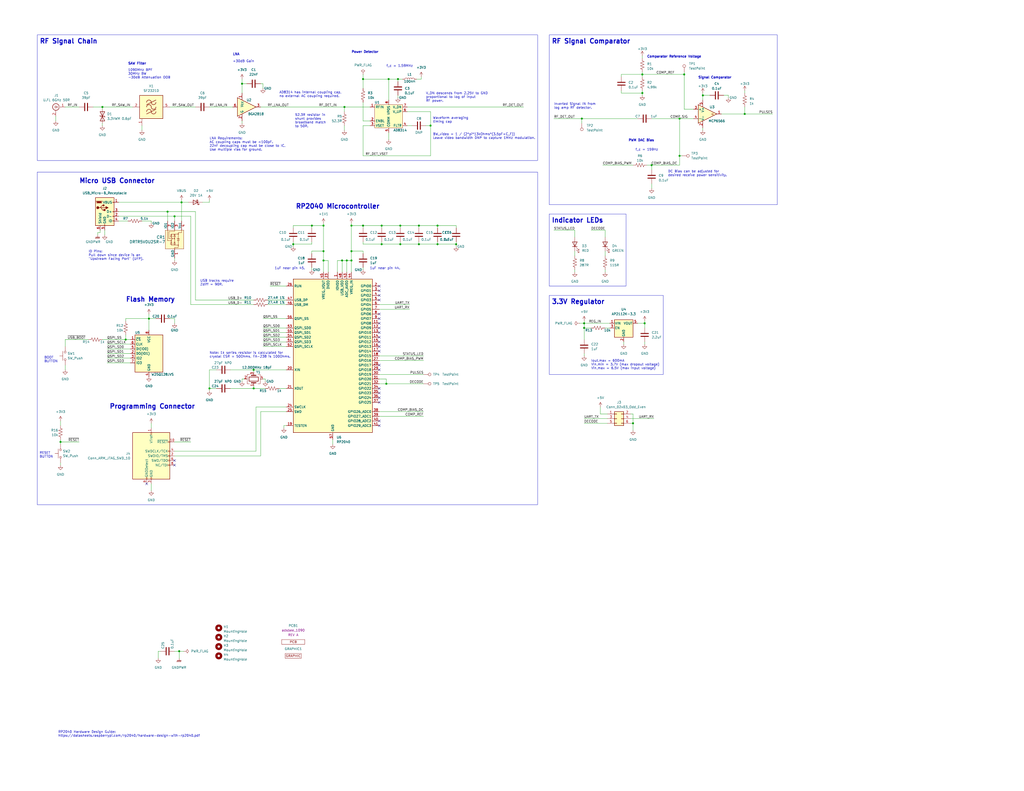
<source format=kicad_sch>
(kicad_sch (version 20230121) (generator eeschema)
  (paper "C")
  (title_block (title "ADSBee") (date "2023-11-25") (rev "A") (company "pantsforbirds.com") (comment 1 "John McNelly - jkailimcnelly@gmail.com"))
  (lib_symbols
    (symbol "Comparator:MCP6566" (pin_names (offset 0.127))
      (property "Reference" "U" (at 0 5.08 0))
      (property "Value" "MCP6566" (at 0 -5.08 0))
      (symbol "MCP6566_0_1"
        (pin power_in line (at -2.54 -7.62 90) (length 3.81) (name "V-") (number "2"))
        (pin power_in line (at -2.54 7.62 270) (length 3.81) (name "V+") (number "5"))
      )
      (symbol "MCP6566_1_1"
        (pin open_collector line (at 7.62 0 180) (length 2.54) (name "~") (number "1"))
        (pin input line (at -7.62 2.54 0) (length 2.54) (name "+") (number "3"))
        (pin input line (at -7.62 -2.54 0) (length 2.54) (name "-") (number "4"))
      )
    )
    (symbol "Connector:Conn_ARM_JTAG_SWD_10" (pin_names (offset 1.016))
      (property "Reference" "J" (at -2.54 16.51 0))
      (property "Value" "Conn_ARM_JTAG_SWD_10" (at -2.54 13.97 0))
      (symbol "Conn_ARM_JTAG_SWD_10_1_1"
        (pin power_in line (at 0 15.24 270) (length 2.54) (name "VTref") (number "1"))
        (pin open_collector line (at 12.7 7.62 180) (length 2.54) (name "~{RESET}") (number "10"))
        (pin bidirectional line (at 12.7 0 180) (length 2.54) (name "SWDIO/TMS") (number "2"))
        (pin power_in line (at 0 -15.24 90) (length 2.54) (name "GND") (number "3"))
        (pin output line (at 12.7 2.54 180) (length 2.54) (name "SWDCLK/TCK") (number "4"))
        (pin passive line (at 0 -15.24 90) (length 2.54) hide (name "GND") (number "5"))
        (pin input line (at 12.7 -2.54 180) (length 2.54) (name "SWO/TDO") (number "6"))
        (pin no_connect line (at -10.16 0 0) (length 2.54) hide (name "KEY") (number "7"))
        (pin output line (at 12.7 -5.08 180) (length 2.54) (name "NC/TDI") (number "8"))
        (pin passive line (at -2.54 -15.24 90) (length 2.54) (name "GNDDetect") (number "9"))
      )
    )
    (symbol "Connector:Conn_Coaxial" (pin_names (offset 1.016) hide)
      (property "Reference" "J" (at 0.254 3.048 0))
      (property "Value" "Conn_Coaxial" (at 2.921 0 90))
      (symbol "Conn_Coaxial_1_1"
        (pin passive line (at -5.08 0 0) (length 2.54) (name "In") (number "1"))
        (pin passive line (at 0 -5.08 90) (length 2.54) (name "Ext") (number "2"))
      )
    )
    (symbol "Connector:TestPoint" (pin_numbers hide) (pin_names (offset 0.762) hide)
      (property "Reference" "TP" (at 0 6.858 0))
      (property "Value" "TestPoint" (at 0 5.08 0))
      (symbol "TestPoint_1_1"
        (pin passive line (at 0 0 90) (length 2.54) (name "1") (number "1"))
      )
    )
    (symbol "Connector:USB_B_Micro" (pin_names (offset 1.016))
      (property "Reference" "J" (at -5.08 11.43 0))
      (property "Value" "USB_B_Micro" (at -5.08 8.89 0))
      (symbol "USB_B_Micro_1_1"
        (pin power_out line (at 7.62 5.08 180) (length 2.54) (name "VBUS") (number "1"))
        (pin bidirectional line (at 7.62 -2.54 180) (length 2.54) (name "D-") (number "2"))
        (pin bidirectional line (at 7.62 0 180) (length 2.54) (name "D+") (number "3"))
        (pin passive line (at 7.62 -5.08 180) (length 2.54) (name "ID") (number "4"))
        (pin power_out line (at 0 -10.16 90) (length 2.54) (name "GND") (number "5"))
        (pin passive line (at -2.54 -10.16 90) (length 2.54) (name "Shield") (number "6"))
      )
    )
    (symbol "Connector_Generic:Conn_02x03_Odd_Even" (pin_names (offset 1.016) hide)
      (property "Reference" "J" (at 1.27 5.08 0))
      (property "Value" "Conn_02x03_Odd_Even" (at 1.27 -5.08 0))
      (symbol "Conn_02x03_Odd_Even_1_1"
        (pin passive line (at -5.08 2.54 0) (length 3.81) (name "Pin_1") (number "1"))
        (pin passive line (at 7.62 2.54 180) (length 3.81) (name "Pin_2") (number "2"))
        (pin passive line (at -5.08 0 0) (length 3.81) (name "Pin_3") (number "3"))
        (pin passive line (at 7.62 0 180) (length 3.81) (name "Pin_4") (number "4"))
        (pin passive line (at -5.08 -2.54 0) (length 3.81) (name "Pin_5") (number "5"))
        (pin passive line (at 7.62 -2.54 180) (length 3.81) (name "Pin_6") (number "6"))
      )
    )
    (symbol "Custom_MCU:RP2040"
      (property "Reference" "U" (at 17.78 45.72 0))
      (property "Value" "RP2040" (at 17.78 43.18 0))
      (symbol "RP2040_1_1"
        (pin power_in line (at 2.54 45.72 270) (length 3.81) (name "IOVDD") (number "1"))
        (pin passive line (at 2.54 45.72 270) (length 3.81) hide (name "IOVDD") (number "10"))
        (pin bidirectional line (at 25.4 17.78 180) (length 3.81) (name "GPIO8") (number "11"))
        (pin bidirectional line (at 25.4 15.24 180) (length 3.81) (name "GPIO9") (number "12"))
        (pin bidirectional line (at 25.4 12.7 180) (length 3.81) (name "GPIO10") (number "13"))
        (pin bidirectional line (at 25.4 10.16 180) (length 3.81) (name "GPIO11") (number "14"))
        (pin bidirectional line (at 25.4 7.62 180) (length 3.81) (name "GPIO12") (number "15"))
        (pin bidirectional line (at 25.4 5.08 180) (length 3.81) (name "GPIO13") (number "16"))
        (pin bidirectional line (at 25.4 2.54 180) (length 3.81) (name "GPIO14") (number "17"))
        (pin bidirectional line (at 25.4 0 180) (length 3.81) (name "GPIO15") (number "18"))
        (pin input line (at -25.4 -38.1 0) (length 3.81) (name "TESTEN") (number "19"))
        (pin bidirectional line (at 25.4 38.1 180) (length 3.81) (name "GPIO0") (number "2"))
        (pin input line (at -25.4 -7.62 0) (length 3.81) (name "XIN") (number "20"))
        (pin passive line (at -25.4 -17.78 0) (length 3.81) (name "XOUT") (number "21"))
        (pin passive line (at 2.54 45.72 270) (length 3.81) hide (name "IOVDD") (number "22"))
        (pin power_in line (at -2.54 45.72 270) (length 3.81) (name "DVDD") (number "23"))
        (pin input line (at -25.4 -27.94 0) (length 3.81) (name "SWCLK") (number "24"))
        (pin bidirectional line (at -25.4 -30.48 0) (length 3.81) (name "SWD") (number "25"))
        (pin input line (at -25.4 38.1 0) (length 3.81) (name "RUN") (number "26"))
        (pin bidirectional line (at 25.4 -2.54 180) (length 3.81) (name "GPIO16") (number "27"))
        (pin bidirectional line (at 25.4 -5.08 180) (length 3.81) (name "GPIO17") (number "28"))
        (pin bidirectional line (at 25.4 -7.62 180) (length 3.81) (name "GPIO18") (number "29"))
        (pin bidirectional line (at 25.4 35.56 180) (length 3.81) (name "GPIO1") (number "3"))
        (pin bidirectional line (at 25.4 -10.16 180) (length 3.81) (name "GPIO19") (number "30"))
        (pin bidirectional line (at 25.4 -12.7 180) (length 3.81) (name "GPIO20") (number "31"))
        (pin bidirectional line (at 25.4 -15.24 180) (length 3.81) (name "GPIO21") (number "32"))
        (pin passive line (at 2.54 45.72 270) (length 3.81) hide (name "IOVDD") (number "33"))
        (pin bidirectional line (at 25.4 -17.78 180) (length 3.81) (name "GPIO22") (number "34"))
        (pin bidirectional line (at 25.4 -20.32 180) (length 3.81) (name "GPIO23") (number "35"))
        (pin bidirectional line (at 25.4 -22.86 180) (length 3.81) (name "GPIO24") (number "36"))
        (pin bidirectional line (at 25.4 -25.4 180) (length 3.81) (name "GPIO25") (number "37"))
        (pin bidirectional line (at 25.4 -30.48 180) (length 3.81) (name "GPIO26_ADC0") (number "38"))
        (pin bidirectional line (at 25.4 -33.02 180) (length 3.81) (name "GPIO27_ADC1") (number "39"))
        (pin bidirectional line (at 25.4 33.02 180) (length 3.81) (name "GPIO2") (number "4"))
        (pin bidirectional line (at 25.4 -35.56 180) (length 3.81) (name "GPIO28_ADC2") (number "40"))
        (pin bidirectional line (at 25.4 -38.1 180) (length 3.81) (name "GPIO29_ADC3") (number "41"))
        (pin passive line (at 2.54 45.72 270) (length 3.81) hide (name "IOVDD") (number "42"))
        (pin power_in line (at 7.62 45.72 270) (length 3.81) (name "ADC_AVDD") (number "43"))
        (pin power_in line (at 10.16 45.72 270) (length 3.81) (name "VREG_IN") (number "44"))
        (pin power_out line (at -5.08 45.72 270) (length 3.81) (name "VREG_VOUT") (number "45"))
        (pin bidirectional line (at -25.4 27.94 0) (length 3.81) (name "USB_DM") (number "46"))
        (pin bidirectional line (at -25.4 30.48 0) (length 3.81) (name "USB_DP") (number "47"))
        (pin power_in line (at 5.08 45.72 270) (length 3.81) (name "USB_VDD") (number "48"))
        (pin passive line (at 2.54 45.72 270) (length 3.81) hide (name "IOVDD") (number "49"))
        (pin bidirectional line (at 25.4 30.48 180) (length 3.81) (name "GPIO3") (number "5"))
        (pin passive line (at -2.54 45.72 270) (length 3.81) hide (name "DVDD") (number "50"))
        (pin bidirectional line (at -25.4 7.62 0) (length 3.81) (name "QSPI_SD3") (number "51"))
        (pin output line (at -25.4 5.08 0) (length 3.81) (name "QSPI_SCLK") (number "52"))
        (pin bidirectional line (at -25.4 15.24 0) (length 3.81) (name "QSPI_SD0") (number "53"))
        (pin bidirectional line (at -25.4 10.16 0) (length 3.81) (name "QSPI_SD2") (number "54"))
        (pin bidirectional line (at -25.4 12.7 0) (length 3.81) (name "QSPI_SD1") (number "55"))
        (pin bidirectional line (at -25.4 20.32 0) (length 3.81) (name "QSPI_SS") (number "56"))
        (pin power_in line (at 0 -45.72 90) (length 3.81) (name "GND") (number "57"))
        (pin bidirectional line (at 25.4 27.94 180) (length 3.81) (name "GPIO4") (number "6"))
        (pin bidirectional line (at 25.4 25.4 180) (length 3.81) (name "GPIO5") (number "7"))
        (pin bidirectional line (at 25.4 22.86 180) (length 3.81) (name "GPIO6") (number "8"))
        (pin bidirectional line (at 25.4 20.32 180) (length 3.81) (name "GPIO7") (number "9"))
      )
    )
    (symbol "Custom_Placeholder:Graphic" (pin_numbers hide) (pin_names (offset 0) hide) (in_bom no)
      (property "Reference" "GRAPHIC" (at 0 2.54 0))
      (symbol "Graphic_0_0"
        (text "GRAPHIC" (at 0 0 0) (effects (font (size 1.27 1.27))))
      )
    )
    (symbol "Custom_Placeholder:PCB" (pin_numbers hide) (pin_names (offset 0) hide) (in_bom no)
      (property "Reference" "PCB" (at 0 4.445 0))
      (property "MPN" "PN XXXXXXX" (at 0 -2.54 0))
      (property "REV" "REV _" (at -3.175 -4.445 0))
      (symbol "PCB_0_0"
        (text "PCB" (at 0 0 0) (effects (font (size 1.27 1.27))))
      )
    )
    (symbol "Custom_Power_Protection:DRTR5V0U2SR-7" (pin_names (offset 0))
      (property "Reference" "CR" (at 0 10.16 0))
      (property "Value" "DRTR5V0U2SR-7" (at 0 7.62 0))
      (symbol "DRTR5V0U2SR-7_1_1"
        (pin power_in line (at -10.16 0 0) (length 5.08) (name "GND") (number "1"))
        (pin passive line (at 10.16 -3.81 180) (length 5.08) (name "IO1") (number "2"))
        (pin passive line (at 10.16 0 180) (length 5.08) (name "IO2") (number "3"))
        (pin power_in line (at 10.16 3.81 180) (length 5.08) (name "Vcc") (number "4"))
      )
    )
    (symbol "Custom_RF_Amplifier:AD8314"
      (property "Reference" "U" (at -7.62 1.27 0))
      (property "Value" "AD8314" (at 5.08 -13.97 0))
      (symbol "AD8314_1_1"
        (pin input line (at -10.16 -1.27 0) (length 2.54) (name "RFIN") (number "1"))
        (pin input line (at -10.16 -8.89 0) (length 2.54) (name "ENBL") (number "2"))
        (pin input line (at -10.16 -11.43 0) (length 2.54) (name "VSET") (number "3"))
        (pin input line (at 10.16 -11.43 180) (length 2.54) (name "FLTR") (number "4"))
        (pin power_in line (at 0 -15.24 90) (length 2.54) (name "COMM") (number "5"))
        (pin output line (at 10.16 -3.81 180) (length 2.54) (name "V_UP") (number "6"))
        (pin output line (at 10.16 -1.27 180) (length 2.54) (name "V_DN") (number "7"))
        (pin power_in line (at 0 2.54 270) (length 2.54) (name "VPOS") (number "8"))
        (pin power_in line (at 0 -15.24 90) (length 2.54) hide (name "GND") (number "9"))
      )
    )
    (symbol "Custom_RF_Filter:SAW-6 Filter" (pin_names hide)
      (property "Reference" "X" (at -5.08 10.16 0))
      (property "Value" "SAW-6 Filter" (at -1.27 7.62 0))
      (symbol "SAW-6 Filter_1_1"
        (pin power_in line (at -5.08 -10.16 90) (length 3.81) (name "GND") (number "1"))
        (pin input line (at -10.16 0 0) (length 3.81) (name "IN") (number "2"))
        (pin passive line (at -5.08 -10.16 90) (length 3.81) hide (name "GND") (number "3"))
        (pin passive line (at -5.08 -10.16 90) (length 3.81) hide (name "GND") (number "4"))
        (pin output line (at 10.16 0 180) (length 3.81) (name "OUT") (number "5"))
        (pin passive line (at -5.08 -10.16 90) (length 3.81) hide (name "GND") (number "6"))
      )
    )
    (symbol "Device:C" (pin_numbers hide) (pin_names (offset 0.254))
      (property "Reference" "C" (at 0.635 2.54 0))
      (property "Value" "C" (at 0.635 -2.54 0))
      (symbol "C_1_1"
        (pin passive line (at 0 3.81 270) (length 2.794) (name "~") (number "1"))
        (pin passive line (at 0 -3.81 90) (length 2.794) (name "~") (number "2"))
      )
    )
    (symbol "Device:Crystal_GND24" (pin_names (offset 1.016) hide)
      (property "Reference" "Y" (at 3.175 5.08 0))
      (property "Value" "Crystal_GND24" (at 3.175 3.175 0))
      (symbol "Crystal_GND24_1_1"
        (pin passive line (at -3.81 0 0) (length 1.27) (name "1") (number "1"))
        (pin passive line (at 0 5.08 270) (length 1.27) (name "2") (number "2"))
        (pin passive line (at 3.81 0 180) (length 1.27) (name "3") (number "3"))
        (pin passive line (at 0 -5.08 90) (length 1.27) (name "4") (number "4"))
      )
    )
    (symbol "Device:D_Schottky" (pin_numbers hide) (pin_names (offset 1.016) hide)
      (property "Reference" "D" (at 0 2.54 0))
      (property "Value" "D_Schottky" (at 0 -2.54 0))
      (symbol "D_Schottky_1_1"
        (pin passive line (at -3.81 0 0) (length 2.54) (name "K") (number "1"))
        (pin passive line (at 3.81 0 180) (length 2.54) (name "A") (number "2"))
      )
    )
    (symbol "Device:D_TVS" (pin_numbers hide) (pin_names (offset 1.016) hide)
      (property "Reference" "D" (at 0 2.54 0))
      (property "Value" "D_TVS" (at 0 -2.54 0))
      (symbol "D_TVS_1_1"
        (pin passive line (at -3.81 0 0) (length 2.54) (name "A1") (number "1"))
        (pin passive line (at 3.81 0 180) (length 2.54) (name "A2") (number "2"))
      )
    )
    (symbol "Device:L" (pin_numbers hide) (pin_names (offset 1.016) hide)
      (property "Reference" "L" (at -1.27 0 90))
      (property "Value" "L" (at 1.905 0 90))
      (symbol "L_1_1"
        (pin passive line (at 0 3.81 270) (length 1.27) (name "1") (number "1"))
        (pin passive line (at 0 -3.81 90) (length 1.27) (name "2") (number "2"))
      )
    )
    (symbol "Device:LED" (pin_numbers hide) (pin_names (offset 1.016) hide)
      (property "Reference" "D" (at 0 2.54 0))
      (property "Value" "LED" (at 0 -2.54 0))
      (symbol "LED_1_1"
        (pin passive line (at -3.81 0 0) (length 2.54) (name "K") (number "1"))
        (pin passive line (at 3.81 0 180) (length 2.54) (name "A") (number "2"))
      )
    )
    (symbol "Device:R_US" (pin_numbers hide) (pin_names (offset 0))
      (property "Reference" "R" (at 2.54 0 90))
      (property "Value" "R_US" (at -2.54 0 90))
      (symbol "R_US_1_1"
        (pin passive line (at 0 3.81 270) (length 1.27) (name "~") (number "1"))
        (pin passive line (at 0 -3.81 90) (length 1.27) (name "~") (number "2"))
      )
    )
    (symbol "Mechanical:MountingHole" (pin_names (offset 1.016))
      (property "Reference" "H" (at 0 5.08 0))
      (property "Value" "MountingHole" (at 0 3.175 0))
    )
    (symbol "Memory_Flash:W25Q128JVS"
      (property "Reference" "U" (at -8.89 8.89 0))
      (property "Value" "W25Q128JVS" (at 7.62 8.89 0))
      (symbol "W25Q128JVS_1_1"
        (pin input line (at -10.16 7.62 0) (length 2.54) (name "~{CS}") (number "1"))
        (pin bidirectional line (at -10.16 0 0) (length 2.54) (name "DO(IO1)") (number "2"))
        (pin bidirectional line (at -10.16 -2.54 0) (length 2.54) (name "IO2") (number "3"))
        (pin power_in line (at 0 -12.7 90) (length 2.54) (name "GND") (number "4"))
        (pin bidirectional line (at -10.16 2.54 0) (length 2.54) (name "DI(IO0)") (number "5"))
        (pin input line (at -10.16 5.08 0) (length 2.54) (name "CLK") (number "6"))
        (pin bidirectional line (at -10.16 -5.08 0) (length 2.54) (name "IO3") (number "7"))
        (pin power_in line (at 0 12.7 270) (length 2.54) (name "VCC") (number "8"))
      )
    )
    (symbol "RF_Amplifier:BGA2818"
      (property "Reference" "U" (at 2.54 6.35 0))
      (property "Value" "BGA2818" (at 3.81 3.81 0))
      (symbol "BGA2818_1_1"
        (pin power_in line (at -2.54 7.62 270) (length 3.81) (name "Vcc") (number "1"))
        (pin power_in line (at -2.54 -7.62 90) (length 3.81) (name "G") (number "2"))
        (pin output line (at 7.62 0 180) (length 2.54) (name "~") (number "3"))
        (pin passive line (at -2.54 -7.62 90) (length 3.81) hide (name "G") (number "4"))
        (pin passive line (at -2.54 -7.62 90) (length 3.81) hide (name "G") (number "5"))
        (pin input line (at -7.62 0 0) (length 2.54) (name "~") (number "6"))
      )
    )
    (symbol "Regulator_Linear:AP2112K-3.3" (pin_names (offset 0.254))
      (property "Reference" "U" (at -5.08 5.715 0))
      (property "Value" "AP2112K-3.3" (at 0 5.715 0))
      (symbol "AP2112K-3.3_1_1"
        (pin power_in line (at -7.62 2.54 0) (length 2.54) (name "VIN") (number "1"))
        (pin power_in line (at 0 -7.62 90) (length 2.54) (name "GND") (number "2"))
        (pin input line (at -7.62 0 0) (length 2.54) (name "EN") (number "3"))
        (pin no_connect line (at 5.08 0 180) (length 2.54) hide (name "NC") (number "4"))
        (pin power_out line (at 7.62 2.54 180) (length 2.54) (name "VOUT") (number "5"))
      )
    )
    (symbol "Switch:SW_Push" (pin_numbers hide) (pin_names (offset 1.016) hide)
      (property "Reference" "SW" (at 1.27 2.54 0))
      (property "Value" "SW_Push" (at 0 -1.524 0))
      (symbol "SW_Push_0_1"
        (pin passive line (at -5.08 0 0) (length 2.54) (name "1") (number "1"))
        (pin passive line (at 5.08 0 180) (length 2.54) (name "2") (number "2"))
      )
    )
    (symbol "power:+1V1" (power) (pin_names (offset 0))
      (property "Value" "+1V1" (at 0 3.556 0))
      (symbol "+1V1_1_1"
        (pin power_in line (at 0 0 90) (length 0) hide (name "+1V1") (number "1"))
      )
    )
    (symbol "power:+3V3" (power) (pin_names (offset 0))
      (property "Value" "+3V3" (at 0 3.556 0))
      (symbol "+3V3_1_1"
        (pin power_in line (at 0 0 90) (length 0) hide (name "+3V3") (number "1"))
      )
    )
    (symbol "power:+5V" (power) (pin_names (offset 0))
      (property "Value" "+5V" (at 0 3.556 0))
      (symbol "+5V_1_1"
        (pin power_in line (at 0 0 90) (length 0) hide (name "+5V") (number "1"))
      )
    )
    (symbol "power:GND" (power) (pin_names (offset 0))
      (property "Value" "GND" (at 0 -3.81 0))
      (symbol "GND_1_1"
        (pin power_in line (at 0 0 270) (length 0) hide (name "GND") (number "1"))
      )
    )
    (symbol "power:GNDPWR" (power) (pin_names (offset 0))
      (property "Value" "GNDPWR" (at 0 -3.302 0))
      (symbol "GNDPWR_1_1"
        (pin power_in line (at 0 0 270) (length 0) hide (name "GNDPWR") (number "1"))
      )
    )
    (symbol "power:PWR_FLAG" (power) (pin_numbers hide) (pin_names (offset 0) hide)
      (property "Value" "PWR_FLAG" (at 0 3.81 0))
      (symbol "PWR_FLAG_0_0"
        (pin power_out line (at 0 0 90) (length 0) (name "pwr") (number "1"))
      )
    )
    (symbol "power:VBUS" (power) (pin_names (offset 0))
      (property "Value" "VBUS" (at 0 3.81 0))
      (symbol "VBUS_1_1"
        (pin power_in line (at 0 0 90) (length 0) hide (name "VBUS") (number "1"))
      )
    )
  )
  (junction (at 55.88 58.42))
  (junction (at 350.52 40.64))
  (junction (at 114.3 212.09))
  (junction (at 345.44 231.14))
  (junction (at 218.44 133.35))
  (junction (at 208.28 133.35))
  (junction (at 189.23 142.24))
  (junction (at 370.84 64.77))
  (junction (at 212.09 43.18))
  (junction (at 198.12 123.19))
  (junction (at 228.6 123.19))
  (junction (at 191.77 123.19))
  (junction (at 210.82 209.55))
  (junction (at 68.58 185.42))
  (junction (at 218.44 123.19))
  (junction (at 355.6 90.17))
  (junction (at 318.77 176.53))
  (junction (at 406.4 62.23))
  (junction (at 370.84 85.09))
  (junction (at 81.28 173.99))
  (junction (at 238.76 133.35))
  (junction (at 198.12 43.18))
  (junction (at 208.28 123.19))
  (junction (at 170.18 123.19))
  (junction (at 238.76 123.19))
  (junction (at 132.08 45.72))
  (junction (at 248.92 133.35))
  (junction (at 160.02 133.35))
  (junction (at 176.53 123.19))
  (junction (at 191.77 137.16))
  (junction (at 176.53 137.16))
  (junction (at 186.69 142.24))
  (junction (at 191.77 142.24))
  (junction (at 228.6 133.35))
  (junction (at 176.53 142.24))
  (junction (at 217.17 43.18))
  (junction (at 99.06 110.49))
  (junction (at 350.52 50.8))
  (junction (at 187.96 58.42))
  (junction (at 138.43 201.93))
  (junction (at 97.79 355.6))
  (junction (at 318.77 179.07))
  (junction (at 95.25 118.11))
  (junction (at 234.95 68.58))
  (junction (at 33.02 241.3))
  (junction (at 91.44 115.57))
  (junction (at 138.43 212.09))
  (junction (at 317.5 64.77))
  (junction (at 373.38 40.64))
  (junction (at 383.54 52.07))
  (junction (at 351.79 176.53))
  (no_connect (at 207.01 189.23))
  (no_connect (at 80.01 264.16))
  (no_connect (at 207.01 173.99))
  (no_connect (at 207.01 158.75))
  (no_connect (at 207.01 199.39))
  (no_connect (at 207.01 161.29))
  (no_connect (at 207.01 217.17))
  (no_connect (at 207.01 212.09))
  (no_connect (at 207.01 171.45))
  (no_connect (at 95.25 254))
  (no_connect (at 207.01 214.63))
  (no_connect (at 207.01 163.83))
  (no_connect (at 207.01 232.41))
  (no_connect (at 207.01 191.77))
  (no_connect (at 207.01 176.53))
  (no_connect (at 207.01 201.93))
  (no_connect (at 207.01 156.21))
  (no_connect (at 207.01 181.61))
  (no_connect (at 207.01 186.69))
  (no_connect (at 207.01 184.15))
  (no_connect (at 207.01 179.07))
  (no_connect (at 207.01 229.87))
  (no_connect (at 95.25 251.46))
  (no_connect (at 207.01 219.71))
  (wire (pts (xy 187.96 58.42) (xy 187.96 60.96)))
  (wire (pts (xy 198.12 123.19) (xy 198.12 124.46)))
  (wire (pts (xy 144.78 208.28) (xy 144.78 207.01)))
  (wire (pts (xy 234.95 68.58) (xy 234.95 85.09)))
  (wire (pts (xy 330.2 137.16) (xy 330.2 139.7)))
  (wire (pts (xy 35.56 58.42) (xy 43.18 58.42)))
  (wire (pts (xy 95.25 355.6) (xy 97.79 355.6)))
  (wire (pts (xy 207.01 196.85) (xy 231.14 196.85)))
  (wire (pts (xy 318.77 193.04) (xy 318.77 194.31)))
  (wire (pts (xy 184.15 142.24) (xy 186.69 142.24)))
  (wire (pts (xy 234.95 60.96) (xy 234.95 68.58)))
  (wire (pts (xy 207.01 224.79) (xy 231.14 224.79)))
  (wire (pts (xy 99.06 120.65) (xy 99.06 110.49)))
  (wire (pts (xy 345.44 226.06) (xy 344.17 226.06)))
  (wire (pts (xy 77.47 120.65) (xy 82.55 120.65)))
  (wire (pts (xy 373.38 59.69) (xy 378.46 59.69)))
  (wire (pts (xy 313.69 147.32) (xy 313.69 148.59)))
  (wire (pts (xy 55.88 185.42) (xy 68.58 185.42)))
  (wire (pts (xy 228.6 133.35) (xy 218.44 133.35)))
  (wire (pts (xy 184.15 148.59) (xy 184.15 142.24)))
  (wire (pts (xy 97.79 355.6) (xy 97.79 359.41)))
  (wire (pts (xy 328.93 90.17) (xy 345.44 90.17)))
  (wire (pts (xy 179.07 142.24) (xy 176.53 142.24)))
  (wire (pts (xy 68.58 173.99) (xy 81.28 173.99)))
  (wire (pts (xy 327.66 222.25) (xy 327.66 226.06)))
  (wire (pts (xy 95.25 118.11) (xy 104.14 118.11)))
  (wire (pts (xy 223.52 168.91) (xy 207.01 168.91)))
  (wire (pts (xy 340.36 186.69) (xy 340.36 187.96)))
  (wire (pts (xy 95.25 140.97) (xy 95.25 142.24)))
  (wire (pts (xy 187.96 68.58) (xy 187.96 71.12)))
  (wire (pts (xy 318.77 179.07) (xy 322.58 179.07)))
  (wire (pts (xy 82.55 231.14) (xy 82.55 233.68)))
  (wire (pts (xy 86.36 355.6) (xy 86.36 359.41)))
  (wire (pts (xy 186.69 142.24) (xy 189.23 142.24)))
  (wire (pts (xy 355.6 92.71) (xy 355.6 90.17)))
  (wire (pts (xy 81.28 173.99) (xy 85.09 173.99)))
  (wire (pts (xy 229.87 41.91) (xy 229.87 43.18)))
  (wire (pts (xy 370.84 85.09) (xy 370.84 64.77)))
  (wire (pts (xy 114.3 212.09) (xy 114.3 201.93)))
  (wire (pts (xy 383.54 52.07) (xy 383.54 54.61)))
  (wire (pts (xy 191.77 137.16) (xy 191.77 142.24)))
  (wire (pts (xy 132.08 43.18) (xy 132.08 45.72)))
  (wire (pts (xy 138.43 210.82) (xy 138.43 212.09)))
  (wire (pts (xy 207.01 209.55) (xy 210.82 209.55)))
  (wire (pts (xy 228.6 123.19) (xy 228.6 124.46)))
  (wire (pts (xy 212.09 43.18) (xy 217.17 43.18)))
  (wire (pts (xy 71.12 193.04) (xy 58.42 193.04)))
  (wire (pts (xy 134.62 45.72) (xy 132.08 45.72)))
  (wire (pts (xy 143.51 189.23) (xy 156.21 189.23)))
  (wire (pts (xy 222.25 60.96) (xy 234.95 60.96)))
  (wire (pts (xy 228.6 123.19) (xy 238.76 123.19)))
  (wire (pts (xy 370.84 85.09) (xy 372.11 85.09)))
  (wire (pts (xy 64.77 118.11) (xy 95.25 118.11)))
  (wire (pts (xy 330.2 147.32) (xy 330.2 148.59)))
  (wire (pts (xy 114.3 110.49) (xy 110.49 110.49)))
  (wire (pts (xy 350.52 50.8) (xy 350.52 52.07)))
  (wire (pts (xy 91.44 115.57) (xy 91.44 120.65)))
  (wire (pts (xy 313.69 125.73) (xy 313.69 129.54)))
  (wire (pts (xy 383.54 50.8) (xy 383.54 52.07)))
  (wire (pts (xy 160.02 124.46) (xy 160.02 123.19)))
  (wire (pts (xy 198.12 43.18) (xy 212.09 43.18)))
  (wire (pts (xy 114.3 58.42) (xy 127 58.42)))
  (wire (pts (xy 176.53 137.16) (xy 170.18 137.16)))
  (wire (pts (xy 212.09 43.18) (xy 212.09 54.61)))
  (wire (pts (xy 33.02 240.03) (xy 33.02 241.3)))
  (wire (pts (xy 217.17 43.18) (xy 217.17 44.45)))
  (wire (pts (xy 318.77 175.26) (xy 318.77 176.53)))
  (wire (pts (xy 189.23 142.24) (xy 191.77 142.24)))
  (wire (pts (xy 198.12 133.35) (xy 198.12 132.08)))
  (wire (pts (xy 383.54 52.07) (xy 387.35 52.07)))
  (wire (pts (xy 383.54 69.85) (xy 383.54 71.12)))
  (wire (pts (xy 30.48 63.5) (xy 30.48 66.04)))
  (wire (pts (xy 81.28 173.99) (xy 81.28 180.34)))
  (wire (pts (xy 53.34 127) (xy 53.34 128.27)))
  (wire (pts (xy 191.77 137.16) (xy 198.12 137.16)))
  (wire (pts (xy 198.12 66.04) (xy 198.12 55.88)))
  (wire (pts (xy 186.69 142.24) (xy 186.69 148.59)))
  (wire (pts (xy 71.12 198.12) (xy 58.42 198.12)))
  (wire (pts (xy 187.96 58.42) (xy 201.93 58.42)))
  (wire (pts (xy 201.93 68.58) (xy 198.12 68.58)))
  (wire (pts (xy 95.25 173.99) (xy 92.71 173.99)))
  (wire (pts (xy 248.92 133.35) (xy 248.92 134.62)))
  (wire (pts (xy 191.77 123.19) (xy 198.12 123.19)))
  (wire (pts (xy 57.15 125.73) (xy 57.15 128.27)))
  (wire (pts (xy 339.09 49.53) (xy 339.09 50.8)))
  (wire (pts (xy 139.7 246.38) (xy 139.7 222.25)))
  (wire (pts (xy 248.92 132.08) (xy 248.92 133.35)))
  (wire (pts (xy 43.18 241.3) (xy 33.02 241.3)))
  (wire (pts (xy 170.18 123.19) (xy 176.53 123.19)))
  (wire (pts (xy 154.94 232.41) (xy 156.21 232.41)))
  (wire (pts (xy 350.52 49.53) (xy 350.52 50.8)))
  (wire (pts (xy 71.12 195.58) (xy 58.42 195.58)))
  (wire (pts (xy 82.55 264.16) (xy 82.55 267.97)))
  (wire (pts (xy 227.33 43.18) (xy 229.87 43.18)))
  (wire (pts (xy 68.58 175.26) (xy 68.58 173.99)))
  (wire (pts (xy 370.84 90.17) (xy 370.84 85.09)))
  (wire (pts (xy 68.58 185.42) (xy 71.12 185.42)))
  (wire (pts (xy 132.08 45.72) (xy 132.08 50.8)))
  (wire (pts (xy 77.47 68.58) (xy 77.47 71.12)))
  (wire (pts (xy 406.4 62.23) (xy 421.64 62.23)))
  (wire (pts (xy 339.09 40.64) (xy 350.52 40.64)))
  (wire (pts (xy 82.55 121.92) (xy 82.55 120.65)))
  (wire (pts (xy 189.23 142.24) (xy 189.23 148.59)))
  (wire (pts (xy 344.17 228.6) (xy 356.87 228.6)))
  (wire (pts (xy 218.44 132.08) (xy 218.44 133.35)))
  (wire (pts (xy 223.52 166.37) (xy 207.01 166.37)))
  (wire (pts (xy 95.25 241.3) (xy 104.14 241.3)))
  (wire (pts (xy 179.07 148.59) (xy 179.07 142.24)))
  (wire (pts (xy 347.98 176.53) (xy 351.79 176.53)))
  (wire (pts (xy 33.02 252.73) (xy 33.02 254)))
  (wire (pts (xy 207.01 204.47) (xy 231.14 204.47)))
  (wire (pts (xy 208.28 132.08) (xy 208.28 133.35)))
  (wire (pts (xy 191.77 123.19) (xy 191.77 137.16)))
  (wire (pts (xy 355.6 90.17) (xy 353.06 90.17)))
  (wire (pts (xy 142.24 58.42) (xy 187.96 58.42)))
  (wire (pts (xy 64.77 110.49) (xy 99.06 110.49)))
  (wire (pts (xy 71.12 190.5) (xy 58.42 190.5)))
  (wire (pts (xy 55.88 67.31) (xy 55.88 68.58)))
  (wire (pts (xy 351.79 175.26) (xy 351.79 176.53)))
  (wire (pts (xy 198.12 123.19) (xy 208.28 123.19)))
  (wire (pts (xy 176.53 123.19) (xy 176.53 137.16)))
  (wire (pts (xy 64.77 115.57) (xy 91.44 115.57)))
  (wire (pts (xy 370.84 90.17) (xy 355.6 90.17)))
  (wire (pts (xy 350.52 40.64) (xy 373.38 40.64)))
  (wire (pts (xy 345.44 234.95) (xy 345.44 231.14)))
  (wire (pts (xy 156.21 224.79) (xy 142.24 224.79)))
  (wire (pts (xy 344.17 231.14) (xy 345.44 231.14)))
  (wire (pts (xy 95.25 118.11) (xy 95.25 120.65)))
  (wire (pts (xy 350.52 39.37) (xy 350.52 40.64)))
  (wire (pts (xy 218.44 133.35) (xy 208.28 133.35)))
  (wire (pts (xy 138.43 212.09) (xy 125.73 212.09)))
  (wire (pts (xy 228.6 132.08) (xy 228.6 133.35)))
  (wire (pts (xy 35.56 185.42) (xy 35.56 189.23)))
  (wire (pts (xy 207.01 194.31) (xy 231.14 194.31)))
  (wire (pts (xy 207.01 227.33) (xy 231.14 227.33)))
  (wire (pts (xy 330.2 125.73) (xy 330.2 129.54)))
  (wire (pts (xy 99.06 109.22) (xy 99.06 110.49)))
  (wire (pts (xy 313.69 137.16) (xy 313.69 139.7)))
  (wire (pts (xy 99.06 110.49) (xy 102.87 110.49)))
  (wire (pts (xy 351.79 186.69) (xy 351.79 187.96)))
  (wire (pts (xy 198.12 146.05) (xy 198.12 147.32)))
  (wire (pts (xy 218.44 123.19) (xy 218.44 124.46)))
  (wire (pts (xy 33.02 241.3) (xy 33.02 242.57)))
  (wire (pts (xy 234.95 68.58) (xy 232.41 68.58)))
  (wire (pts (xy 210.82 209.55) (xy 231.14 209.55)))
  (wire (pts (xy 327.66 226.06) (xy 331.47 226.06)))
  (wire (pts (xy 373.38 40.64) (xy 373.38 59.69)))
  (wire (pts (xy 86.36 355.6) (xy 87.63 355.6)))
  (wire (pts (xy 238.76 132.08) (xy 238.76 133.35)))
  (wire (pts (xy 198.12 40.64) (xy 198.12 43.18)))
  (wire (pts (xy 345.44 231.14) (xy 345.44 226.06)))
  (wire (pts (xy 322.58 125.73) (xy 330.2 125.73)))
  (wire (pts (xy 318.77 176.53) (xy 332.74 176.53)))
  (wire (pts (xy 114.3 212.09) (xy 114.3 213.36)))
  (wire (pts (xy 198.12 137.16) (xy 198.12 138.43)))
  (wire (pts (xy 81.28 171.45) (xy 81.28 173.99)))
  (wire (pts (xy 176.53 121.92) (xy 176.53 123.19)))
  (wire (pts (xy 35.56 185.42) (xy 48.26 185.42)))
  (wire (pts (xy 154.94 233.68) (xy 154.94 232.41)))
  (wire (pts (xy 58.42 187.96) (xy 71.12 187.96)))
  (wire (pts (xy 222.25 68.58) (xy 224.79 68.58)))
  (wire (pts (xy 35.56 199.39) (xy 35.56 201.93)))
  (wire (pts (xy 143.51 45.72) (xy 142.24 45.72)))
  (wire (pts (xy 350.52 30.48) (xy 350.52 31.75)))
  (wire (pts (xy 339.09 50.8) (xy 350.52 50.8)))
  (wire (pts (xy 318.77 228.6) (xy 331.47 228.6)))
  (wire (pts (xy 170.18 133.35) (xy 160.02 133.35)))
  (wire (pts (xy 68.58 182.88) (xy 68.58 185.42)))
  (wire (pts (xy 142.24 224.79) (xy 142.24 248.92)))
  (wire (pts (xy 132.08 66.04) (xy 132.08 67.31)))
  (wire (pts (xy 317.5 64.77) (xy 317.5 67.31)))
  (wire (pts (xy 316.23 176.53) (xy 318.77 176.53)))
  (wire (pts (xy 397.51 52.07) (xy 394.97 52.07)))
  (wire (pts (xy 104.14 166.37) (xy 138.43 166.37)))
  (wire (pts (xy 318.77 176.53) (xy 318.77 179.07)))
  (wire (pts (xy 238.76 123.19) (xy 238.76 124.46)))
  (wire (pts (xy 397.51 53.34) (xy 397.51 52.07)))
  (wire (pts (xy 238.76 123.19) (xy 248.92 123.19)))
  (wire (pts (xy 55.88 58.42) (xy 55.88 59.69)))
  (wire (pts (xy 330.2 179.07) (xy 332.74 179.07)))
  (wire (pts (xy 139.7 222.25) (xy 156.21 222.25)))
  (wire (pts (xy 144.78 207.01) (xy 143.51 207.01)))
  (wire (pts (xy 50.8 58.42) (xy 55.88 58.42)))
  (wire (pts (xy 339.09 41.91) (xy 339.09 40.64)))
  (wire (pts (xy 318.77 179.07) (xy 318.77 185.42)))
  (wire (pts (xy 350.52 40.64) (xy 350.52 41.91)))
  (wire (pts (xy 208.28 123.19) (xy 208.28 124.46)))
  (wire (pts (xy 393.7 62.23) (xy 406.4 62.23)))
  (wire (pts (xy 138.43 212.09) (xy 144.78 212.09)))
  (wire (pts (xy 302.26 125.73) (xy 313.69 125.73)))
  (wire (pts (xy 351.79 176.53) (xy 351.79 179.07)))
  (wire (pts (xy 170.18 123.19) (xy 170.18 124.46)))
  (wire (pts (xy 370.84 64.77) (xy 378.46 64.77)))
  (wire (pts (xy 160.02 123.19) (xy 170.18 123.19)))
  (wire (pts (xy 132.08 207.01) (xy 133.35 207.01)))
  (wire (pts (xy 146.05 166.37) (xy 156.21 166.37)))
  (wire (pts (xy 54.61 127) (xy 54.61 125.73)))
  (wire (pts (xy 201.93 66.04) (xy 198.12 66.04)))
  (wire (pts (xy 406.4 58.42) (xy 406.4 62.23)))
  (wire (pts (xy 248.92 133.35) (xy 238.76 133.35)))
  (wire (pts (xy 33.02 229.87) (xy 33.02 232.41)))
  (wire (pts (xy 355.6 100.33) (xy 355.6 102.87)))
  (wire (pts (xy 217.17 52.07) (xy 217.17 53.34)))
  (wire (pts (xy 222.25 58.42) (xy 285.75 58.42)))
  (wire (pts (xy 125.73 201.93) (xy 138.43 201.93)))
  (wire (pts (xy 160.02 133.35) (xy 160.02 132.08)))
  (wire (pts (xy 143.51 173.99) (xy 156.21 173.99)))
  (wire (pts (xy 143.51 181.61) (xy 156.21 181.61)))
  (wire (pts (xy 176.53 142.24) (xy 176.53 148.59)))
  (wire (pts (xy 170.18 132.08) (xy 170.18 133.35)))
  (wire (pts (xy 106.68 163.83) (xy 138.43 163.83)))
  (wire (pts (xy 152.4 212.09) (xy 156.21 212.09)))
  (wire (pts (xy 106.68 115.57) (xy 106.68 163.83)))
  (wire (pts (xy 208.28 123.19) (xy 218.44 123.19)))
  (wire (pts (xy 198.12 68.58) (xy 198.12 85.09)))
  (wire (pts (xy 95.25 248.92) (xy 142.24 248.92)))
  (wire (pts (xy 238.76 133.35) (xy 228.6 133.35)))
  (wire (pts (xy 406.4 49.53) (xy 406.4 50.8)))
  (wire (pts (xy 95.25 176.53) (xy 95.25 173.99)))
  (wire (pts (xy 143.51 186.69) (xy 156.21 186.69)))
  (wire (pts (xy 156.21 156.21) (xy 147.32 156.21)))
  (wire (pts (xy 53.34 127) (xy 54.61 127)))
  (wire (pts (xy 210.82 207.01) (xy 210.82 209.55)))
  (wire (pts (xy 104.14 118.11) (xy 104.14 166.37)))
  (wire (pts (xy 170.18 137.16) (xy 170.18 138.43)))
  (wire (pts (xy 114.3 201.93) (xy 118.11 201.93)))
  (wire (pts (xy 355.6 64.77) (xy 370.84 64.77)))
  (wire (pts (xy 138.43 201.93) (xy 138.43 203.2)))
  (wire (pts (xy 218.44 123.19) (xy 228.6 123.19)))
  (wire (pts (xy 97.79 355.6) (xy 100.33 355.6)))
  (wire (pts (xy 318.77 231.14) (xy 331.47 231.14)))
  (wire (pts (xy 95.25 246.38) (xy 139.7 246.38)))
  (wire (pts (xy 317.5 64.77) (xy 302.26 64.77)))
  (wire (pts (xy 114.3 109.22) (xy 114.3 110.49)))
  (wire (pts (xy 198.12 85.09) (xy 234.95 85.09)))
  (wire (pts (xy 207.01 207.01) (xy 210.82 207.01)))
  (wire (pts (xy 91.44 115.57) (xy 106.68 115.57)))
  (wire (pts (xy 373.38 39.37) (xy 373.38 40.64)))
  (wire (pts (xy 118.11 212.09) (xy 114.3 212.09)))
  (wire (pts (xy 138.43 201.93) (xy 156.21 201.93)))
  (wire (pts (xy 212.09 72.39) (xy 212.09 76.2)))
  (wire (pts (xy 64.77 120.65) (xy 69.85 120.65)))
  (wire (pts (xy 55.88 58.42) (xy 72.39 58.42)))
  (wire (pts (xy 176.53 137.16) (xy 176.53 142.24)))
  (wire (pts (xy 181.61 240.03) (xy 181.61 242.57)))
  (wire (pts (xy 208.28 133.35) (xy 198.12 133.35)))
  (wire (pts (xy 219.71 43.18) (xy 217.17 43.18)))
  (wire (pts (xy 146.05 163.83) (xy 156.21 163.83)))
  (wire (pts (xy 160.02 133.35) (xy 160.02 134.62)))
  (wire (pts (xy 191.77 121.92) (xy 191.77 123.19)))
  (wire (pts (xy 191.77 142.24) (xy 191.77 148.59)))
  (wire (pts (xy 347.98 64.77) (xy 317.5 64.77)))
  (wire (pts (xy 143.51 48.26) (xy 143.51 45.72)))
  (wire (pts (xy 143.51 179.07) (xy 156.21 179.07)))
  (wire (pts (xy 132.08 208.28) (xy 132.08 207.01)))
  (wire (pts (xy 248.92 123.19) (xy 248.92 124.46)))
  (wire (pts (xy 92.71 58.42) (xy 106.68 58.42)))
  (wire (pts (xy 143.51 184.15) (xy 156.21 184.15)))
  (wire (pts (xy 198.12 43.18) (xy 198.12 48.26)))
  (wire (pts (xy 170.18 146.05) (xy 170.18 147.32)))
  (rectangle (start 20.32 19.05) (end 293.37 87.63))
  (rectangle (start 299.72 19.05) (end 424.18 111.76))
  (rectangle (start 299.72 116.84) (end 341.63 156.21))
  (rectangle (start 299.72 161.29) (end 361.95 204.47))
  (rectangle (start 20.32 93.98) (end 293.37 275.59))
  (text_box "52.3R resistor in shunt provides broadband match to 50R." (at 160.02 60.96 0) (size 19.05 10.16) (stroke (width -0.0001)) (effects (font (size 1.27 1.27)) (justify left top)))
  (text "Waveform averaging\ntiming cap" (at 236.22 67.31 0) (effects (font (size 1.27 1.27)) (justify left bottom)))
  (text "BW_video = 1 / (2*pi*13kOhms*(3.5pF+C_F))\nLeave video bandwidth DNP to capture 1MHz modulation." (at 236.22 76.2 0) (effects (font (size 1.27 1.27)) (justify left bottom)))
  (text "LNA" (at 127 30.48 0) (effects (font (size 1.27 1.27) (thickness 0.254) bold) (justify left bottom)))
  (text "V_DN descends from 2.25V to GND\nproportional to log of input\nRF power." (at 232.41 55.88 0) (effects (font (size 1.27 1.27)) (justify left bottom)))
  (text "1uF near pin 44." (at 218.44 147.32 0) (effects (font (size 1.27 1.27)) (justify right bottom)))
  (text "Programming Connector" (at 59.69 223.52 0) (effects (font (size 2.54 2.54) (thickness 0.508) bold) (justify left bottom)))
  (text "Note: 1k series resistor is calculated for\ncrystal ESR = 50Ohms, FA-238 is 100Ohms." (at 114.3 195.58 0) (effects (font (size 1.27 1.27)) (justify left bottom)))
  (text "Comparator Reference Voltage" (at 353.06 31.75 0) (effects (font (size 1.27 1.27) (thickness 0.254) bold) (justify left bottom)))
  (text "Indicator LEDs" (at 300.99 121.92 0) (effects (font (size 2.54 2.54) (thickness 0.508) bold) (justify left bottom)))
  (text "1090MHz BPF\n30MHz BW\n-30dB Attenuation OOB" (at 69.85 43.18 0) (effects (font (size 1.27 1.27)) (justify left bottom)))
  (text "RP2040 Hardware Design Guide:\nhttps://datasheets.raspberrypi.com/rp2040/hardware-design-with-rp2040.pdf" (at 31.75 402.59 0) (effects (font (size 1.27 1.27)) (justify left bottom)))
  (text "RF Signal Comparator" (at 300.99 24.13 0) (effects (font (size 2.54 2.54) bold) (justify left bottom)))
  (text "SAW Filter" (at 69.85 35.56 0) (effects (font (size 1.27 1.27) (thickness 0.254) bold) (justify left bottom)))
  (text "Iout,max = 600mA\nVin,min = 3.7V (max dropout voltage)\nVin,max = 6.5V (max input voltage)" (at 322.58 201.93 0) (effects (font (size 1.27 1.27)) (justify left bottom)))
  (text "3.3V Regulator" (at 300.99 166.37 0) (effects (font (size 2.54 2.54) (thickness 0.508) bold) (justify left bottom)))
  (text "AD8314 has internal coupling cap,\nno external AC coupling required." (at 152.4 53.34 0) (effects (font (size 1.27 1.27)) (justify left bottom)))
  (text "ID Pins:\nPull down since device is an\n\"Upstream Facing Port\" (UFP)." (at 48.26 142.24 0) (effects (font (size 1.27 1.27)) (justify left bottom)))
  (text "RF Signal Chain" (at 21.59 24.13 0) (effects (font (size 2.54 2.54) (thickness 0.508) bold) (justify left bottom)))
  (text "+30dB Gain" (at 127 34.29 0) (effects (font (size 1.27 1.27)) (justify left bottom)))
  (text "Flash Memory" (at 68.58 165.1 0) (effects (font (size 2.54 2.54) (thickness 0.508) bold) (justify left bottom)))
  (text "Signal Comparator" (at 381 43.18 0) (effects (font (size 1.27 1.27) (thickness 0.254) bold) (justify left bottom)))
  (text "RESET\nBUTTON" (at 21.59 250.19 0) (effects (font (size 1.27 1.27)) (justify left bottom)))
  (text "RP2040 Microcontroller" (at 161.29 114.3 0) (effects (font (size 2.54 2.54) bold) (justify left bottom)))
  (text "f_c = 159Hz" (at 346.71 82.55 0) (effects (font (size 1.27 1.27)) (justify left bottom)))
  (text "BOOT\nBUTTON" (at 24.13 198.12 0) (effects (font (size 1.27 1.27)) (justify left bottom)))
  (text "PWM DAC Bias" (at 342.9 77.47 0) (effects (font (size 1.27 1.27) (thickness 0.254) bold) (justify left bottom)))
  (text "f_c = 1.59MHz" (at 210.82 36.83 0) (effects (font (size 1.27 1.27)) (justify left bottom)))
  (text "Micro USB Connector" (at 43.18 100.33 0) (effects (font (size 2.54 2.54) bold) (justify left bottom)))
  (text "DC Bias can be adjusted for\ndesired receive power sensitivity." (at 364.49 96.52 0) (effects (font (size 1.27 1.27)) (justify left bottom)))
  (text "LNA Requirements:\nAC coupling caps must be <100pF.\n22nF decoupling cap must be close to IC.\nUse multiple vias for ground. " (at 114.3 82.55 0) (effects (font (size 1.27 1.27)) (justify left bottom)))
  (text "1uF near pin 45." (at 149.86 147.32 0) (effects (font (size 1.27 1.27)) (justify left bottom)))
  (text "Power Detector" (at 191.77 29.21 0) (effects (font (size 1.27 1.27) (thickness 0.254) bold) (justify left bottom)))
  (text "Inverted Signal IN from\nlog amp RF detector." (at 302.26 59.69 0) (effects (font (size 1.27 1.27)) (justify left bottom)))
  (text "USB tracks require\nZdiff = 90R." (at 109.22 156.21 0) (effects (font (size 1.27 1.27)) (justify left bottom)))
  (label "REG_IN" (at 321.31 176.53 0))
  (label "COMP_REF" (at 231.14 227.33 180))
  (label "RF_LNA_IN" (at 114.3 58.42 0))
  (label "COMP_BIAS_PWM" (at 231.14 196.85 180))
  (label "QSPI_SCLK" (at 143.51 189.23 0))
  (label "QSPI_SD0" (at 58.42 190.5 0))
  (label "COMP_BIAS_DC" (at 231.14 224.79 180))
  (label "UART_TX" (at 318.77 228.6 0))
  (label "~{USB_BOOT}" (at 36.83 185.42 0))
  (label "USB_D-" (at 124.46 166.37 0))
  (label "UART_RX" (at 356.87 228.6 180))
  (label "RF_DET_VSET" (at 199.39 85.09 0))
  (label "QSPI_SD2" (at 143.51 184.15 0))
  (label "QSPI_SD3" (at 143.51 186.69 0))
  (label "QSPI_SD0" (at 143.51 179.07 0))
  (label "QSPI_SD3" (at 58.42 198.12 0))
  (label "PULSES" (at 421.64 62.23 180))
  (label "QSPI_SD1" (at 143.51 181.61 0))
  (label "RF_LNA_OUT" (at 146.05 58.42 0))
  (label "PULSES" (at 231.14 204.47 180))
  (label "~{RESET}" (at 147.32 156.21 0))
  (label "RF_DET_IN" (at 173.99 58.42 0))
  (label "~{RESET}" (at 43.18 241.3 180))
  (label "COMP_SIG" (at 365.76 64.77 0))
  (label "~{RESET}" (at 104.14 241.3 180))
  (label "QSPI_SD2" (at 58.42 195.58 0))
  (label "RF_DET_OUT" (at 285.75 58.42 180))
  (label "QSPI_SS" (at 143.51 173.99 0))
  (label "COMP_BIAS_PWM" (at 328.93 90.17 0))
  (label "RF_DET_OUT" (at 302.26 64.77 0))
  (label "DECODE" (at 318.77 231.14 0))
  (label "QSPI_SS" (at 58.42 185.42 0))
  (label "DECODE" (at 231.14 209.55 180))
  (label "UART_RX" (at 223.52 168.91 180))
  (label "RF_SAW_IN" (at 60.96 58.42 0))
  (label "QSPI_SCLK" (at 58.42 187.96 0))
  (label "DECODE" (at 322.58 125.73 0))
  (label "STATUS_LED" (at 231.14 194.31 180))
  (label "RF_IN" (at 36.83 58.42 0))
  (label "RF_SAW_OUT" (at 93.98 58.42 0))
  (label "USB_D+" (at 124.46 163.83 0))
  (label "STATUS_LED" (at 302.26 125.73 0))
  (label "COMP_REF" (at 358.14 40.64 0))
  (label "UART_TX" (at 223.52 166.37 180))
  (label "QSPI_SD1" (at 58.42 193.04 0))
  (label "COMP_BIAS_DC" (at 369.57 90.17 180))
  (symbol (lib_id "Connector_Generic:Conn_02x03_Odd_Even") (at 336.55 228.6 0) (unit 1)
    (property "Reference" "J3" (at 337.82 219.71 0))
    (property "Value" "Conn_02x03_Odd_Even" (at 341.63 222.25 0))
    (property "Footprint" "Connector_PinHeader_2.54mm:PinHeader_2x03_P2.54mm_Vertical" (effects hide))
  )
  (symbol (lib_id "power:+5V") (at 114.3 109.22 0) (unit 1)
    (property "Reference" "#PWR019" (effects hide))
    (property "Value" "+5V" (at 114.3 104.14 0))
  )
  (symbol (lib_id "Device:C") (at 238.76 128.27 180) (unit 1)
    (property "Reference" "C16" (at 242.57 126.9999 0) (effects (justify right)))
    (property "Value" "0.1uF" (at 240.03 130.81 0) (effects (justify right)))
    (property "Footprint" "Capacitor_SMD:C_0402_1005Metric" (effects hide))
  )
  (symbol (lib_id "power:GND") (at 160.02 134.62 0) (unit 1)
    (property "Reference" "#PWR025" (effects hide))
    (property "Value" "GND" (at 157.48 134.62 0))
  )
  (symbol (lib_id "Device:R_US") (at 198.12 52.07 0) (unit 1)
    (property "Reference" "R3" (at 200.66 50.7999 0) (effects (justify left)))
    (property "Value" "10k" (at 200.66 53.3399 0) (effects (justify left)))
    (property "Footprint" "Resistor_SMD:R_0402_1005Metric" (effects hide))
  )
  (symbol (lib_id "power:GND") (at 154.94 233.68 0) (unit 1)
    (property "Reference" "#PWR047" (effects hide))
    (property "Value" "GND" (at 154.94 238.76 0))
  )
  (symbol (lib_id "power:+3V3") (at 33.02 229.87 0) (unit 1)
    (property "Reference" "#PWR045" (effects hide))
    (property "Value" "+3V3" (at 33.02 224.79 0))
  )
  (symbol (lib_id "Device:C") (at 217.17 48.26 180) (unit 1)
    (property "Reference" "C3" (at 222.25 48.26 0))
    (property "Value" "0.1uF" (at 223.52 50.8 0))
    (property "Footprint" "Capacitor_SMD:C_0402_1005Metric" (effects hide))
  )
  (symbol (lib_id "power:+5V") (at 327.66 222.25 0) (unit 1)
    (property "Reference" "#PWR044" (effects hide))
    (property "Value" "+5V" (at 327.66 217.17 0))
  )
  (symbol (lib_id "Device:R_US") (at 187.96 64.77 0) (unit 1)
    (property "Reference" "R5" (at 186.69 63.5 0) (effects (justify right)))
    (property "Value" "52.3R" (at 186.69 66.04 0) (effects (justify right)))
    (property "Footprint" "Resistor_SMD:R_0402_1005Metric" (effects hide))
  )
  (symbol (lib_id "Device:C") (at 228.6 68.58 90) (unit 1)
    (property "Reference" "C8" (at 228.6 64.77 90))
    (property "Value" "DNP" (at 228.6 72.39 90))
    (property "Footprint" "Capacitor_SMD:C_0402_1005Metric" (effects hide))
  )
  (symbol (lib_id "Device:C") (at 351.79 182.88 0) (unit 1)
    (property "Reference" "C21" (at 355.6 181.6099 0) (effects (justify left)))
    (property "Value" "2.2uF" (at 355.6 184.1499 0) (effects (justify left)))
    (property "Footprint" "Capacitor_SMD:C_0603_1608Metric" (effects hide))
  )
  (symbol (lib_id "power:GND") (at 132.08 67.31 0) (unit 1)
    (property "Reference" "#PWR011" (effects hide))
    (property "Value" "GND" (at 132.08 72.39 0))
  )
  (symbol (lib_id "Custom_RF_Amplifier:AD8314") (at 212.09 57.15 0) (unit 1)
    (property "Reference" "U1" (at 204.47 55.88 0) (effects (justify left)))
    (property "Value" "AD8314" (at 214.63 71.12 0) (effects (justify left)))
    (property "Footprint" "Custom_Package_CSP:LFCSP-8-1EP_3x2mm_P0.5mm_EP1.6x1.65mm" (effects hide))
    (property "Datasheet" "https://www.analog.com/media/en/technical-documentation/data-sheets/ad8314.pdf" (effects hide))
  )
  (symbol (lib_id "Device:C") (at 121.92 212.09 90) (unit 1)
    (property "Reference" "C24" (at 119.38 210.82 90) (effects (justify left)))
    (property "Value" "27pF NP0" (at 116.84 208.28 90) (effects (justify right)))
    (property "Footprint" "Capacitor_SMD:C_0402_1005Metric" (effects hide))
  )
  (symbol (lib_id "Comparator:MCP6566") (at 386.08 62.23 0) (unit 1)
    (property "Reference" "U3" (at 388.62 58.42 0))
    (property "Value" "MCP6566" (at 391.16 66.04 0))
    (property "Footprint" "Package_TO_SOT_SMD:SOT-353_SC-70-5" (effects hide))
    (property "Datasheet" "http://ww1.microchip.com/downloads/en/DeviceDoc/MCP6566-6R-6U-7-9-1.8V-Low-Power-Open-Drain-Output-Comparator-DS20002143G.pdf" (effects hide))
  )
  (symbol (lib_id "power:GND") (at 30.48 66.04 0) (unit 1)
    (property "Reference" "#PWR010" (effects hide))
    (property "Value" "GND" (at 30.48 71.12 0))
  )
  (symbol (lib_id "power:GND") (at 143.51 48.26 0) (unit 1)
    (property "Reference" "#PWR04" (effects hide))
    (property "Value" "GND" (at 146.05 48.26 0))
  )
  (symbol (lib_id "Device:R_US") (at 68.58 179.07 0) (unit 1)
    (property "Reference" "R12" (at 67.31 177.8 0) (effects (justify right)))
    (property "Value" "10k" (at 67.31 180.34 0) (effects (justify right)))
    (property "Footprint" "Resistor_SMD:R_0402_1005Metric" (effects hide))
  )
  (symbol (lib_id "Device:D_Schottky") (at 106.68 110.49 180) (unit 1)
    (property "Reference" "D2" (at 106.9975 104.14 0))
    (property "Value" "20V 1A" (at 106.9975 106.68 0))
    (property "Footprint" "Diode_SMD:D_SOD-123" (effects hide))
    (property "MPN" "PMEG2010ER,115" (effects hide))
    (property "Standard Cost" "0.11" (effects hide))
  )
  (symbol (lib_id "Device:R_US") (at 73.66 120.65 90) (unit 1)
    (property "Reference" "R7" (at 69.85 119.38 90) (effects (justify left)))
    (property "Value" "5.1k" (at 78.74 119.38 90))
    (property "Footprint" "Resistor_SMD:R_0402_1005Metric" (effects hide))
  )
  (symbol (lib_id "Device:C") (at 355.6 96.52 0) (unit 1)
    (property "Reference" "C9" (at 359.41 95.885 0) (effects (justify left)))
    (property "Value" "0.1uF" (at 359.41 98.425 0) (effects (justify left)))
    (property "Footprint" "Capacitor_SMD:C_0402_1005Metric" (effects hide))
  )
  (symbol (lib_id "Connector:Conn_ARM_JTAG_SWD_10") (at 82.55 248.92 0) (unit 1)
    (property "Reference" "J4" (at 71.12 247.6499 0) (effects (justify right)))
    (property "Value" "Conn_ARM_JTAG_SWD_10" (at 71.12 250.1899 0) (effects (justify right)))
    (property "Footprint" "Connector_PinHeader_1.27mm:PinHeader_2x05_P1.27mm_Vertical_SMD" (effects hide))
    (property "Datasheet" "http://infocenter.arm.com/help/topic/com.arm.doc.ddi0314h/DDI0314H_coresight_components_trm.pdf" (effects hide))
    (property "MPN" "4048" (effects hide))
    (property "Standard Cost" "1.95" (effects hide))
  )
  (symbol (lib_id "power:GND") (at 198.12 147.32 0) (mirror y) (unit 1)
    (property "Reference" "#PWR029" (effects hide))
    (property "Value" "GND" (at 195.58 147.32 0))
  )
  (symbol (lib_id "Mechanical:MountingHole") (at 119.38 358.14 0) (unit 1) (in_bom no)
    (property "Reference" "H4" (at 121.92 357.505 0) (effects (justify left)))
    (property "Value" "MountingHole" (at 121.92 360.045 0) (effects (justify left)))
    (property "Footprint" "Custom_MountingHole:MountingHole_2.7mm_M2.5_Isolated" (effects hide))
  )
  (symbol (lib_id "power:+3V3") (at 229.87 41.91 0) (unit 1)
    (property "Reference" "#PWR02" (effects hide))
    (property "Value" "+3V3" (at 229.87 36.83 0))
  )
  (symbol (lib_id "Device:C") (at 46.99 58.42 90) (unit 1)
    (property "Reference" "C5" (at 46.99 50.8 90))
    (property "Value" "39pF" (at 46.99 53.34 90))
    (property "Footprint" "Capacitor_SMD:C_0402_1005Metric" (effects hide))
  )
  (symbol (lib_id "power:+3V3") (at 351.79 175.26 0) (unit 1)
    (property "Reference" "#PWR034" (effects hide))
    (property "Value" "+3V3" (at 351.79 170.18 0))
  )
  (symbol (lib_id "power:GND") (at 355.6 102.87 0) (unit 1)
    (property "Reference" "#PWR017" (effects hide))
    (property "Value" "GND" (at 355.6 107.95 0))
  )
  (symbol (lib_id "Device:R_US") (at 142.24 166.37 90) (unit 1)
    (property "Reference" "R11" (at 137.16 165.1 90) (effects (justify left)))
    (property "Value" "27.4R 1%" (at 146.05 165.1 90) (effects (justify right)))
    (property "Footprint" "Resistor_SMD:R_0402_1005Metric" (effects hide))
  )
  (symbol (lib_id "Device:C") (at 339.09 45.72 0) (unit 1)
    (property "Reference" "C2" (at 342.9 45.085 0) (effects (justify left)))
    (property "Value" "0.1uF" (at 342.9 47.625 0) (effects (justify left)))
    (property "Footprint" "Capacitor_SMD:C_0402_1005Metric" (effects hide))
  )
  (symbol (lib_id "power:GND") (at 351.79 187.96 0) (unit 1)
    (property "Reference" "#PWR037" (effects hide))
    (property "Value" "GND" (at 351.79 193.04 0))
  )
  (symbol (lib_id "power:GND") (at 345.44 234.95 0) (unit 1)
    (property "Reference" "#PWR048" (effects hide))
    (property "Value" "GND" (at 345.44 240.03 0))
  )
  (symbol (lib_id "Device:C") (at 110.49 58.42 90) (unit 1)
    (property "Reference" "C6" (at 110.49 50.8 90))
    (property "Value" "39pF" (at 110.49 53.34 90))
    (property "Footprint" "Capacitor_SMD:C_0402_1005Metric" (effects hide))
  )
  (symbol (lib_id "power:+5V") (at 318.77 175.26 0) (unit 1)
    (property "Reference" "#PWR033" (effects hide))
    (property "Value" "+5V" (at 318.77 170.18 0))
  )
  (symbol (lib_id "Device:LED") (at 313.69 133.35 90) (unit 1)
    (property "Reference" "D3" (at 317.5 134.3025 90) (effects (justify right)))
    (property "Value" "RED" (at 317.5 136.8425 90) (effects (justify right)))
    (property "Footprint" "LED_SMD:LED_0603_1608Metric" (effects hide))
    (property "MPN" "SML-D12U8WT86" (effects hide))
    (property "Standard Cost" "0.07" (effects hide))
  )
  (symbol (lib_id "RF_Amplifier:BGA2818") (at 134.62 58.42 0) (unit 1)
    (property "Reference" "U2" (at 135.89 54.61 0))
    (property "Value" "BGA2818" (at 139.7 62.23 0))
    (property "Footprint" "Package_TO_SOT_SMD:SOT-363_SC-70-6" (effects hide))
    (property "Datasheet" "https://www.nxp.com/docs/en/data-sheet/BGA2818.pdf" (effects hide))
  )
  (symbol (lib_id "Device:C") (at 248.92 128.27 0) (mirror x) (unit 1)
    (property "Reference" "C17" (at 245.11 126.9999 0) (effects (justify right)))
    (property "Value" "0.1uF" (at 247.65 130.81 0) (effects (justify right)))
    (property "Footprint" "Capacitor_SMD:C_0402_1005Metric" (effects hide))
  )
  (symbol (lib_id "power:GND") (at 35.56 201.93 0) (unit 1)
    (property "Reference" "#PWR039" (effects hide))
    (property "Value" "GND" (at 35.56 207.01 0))
  )
  (symbol (lib_id "Device:C") (at 218.44 128.27 180) (unit 1)
    (property "Reference" "C14" (at 222.25 126.9999 0) (effects (justify right)))
    (property "Value" "0.1uF" (at 219.71 130.81 0) (effects (justify right)))
    (property "Footprint" "Capacitor_SMD:C_0402_1005Metric" (effects hide))
  )
  (symbol (lib_id "power:GND") (at 248.92 134.62 0) (unit 1)
    (property "Reference" "#PWR026" (effects hide))
    (property "Value" "GND" (at 251.46 134.62 0))
  )
  (symbol (lib_id "power:+3V3") (at 82.55 231.14 0) (unit 1)
    (property "Reference" "#PWR046" (effects hide))
    (property "Value" "+3V3" (at 82.55 226.06 0))
  )
  (symbol (lib_id "Device:D_TVS") (at 55.88 63.5 270) (unit 1)
    (property "Reference" "D1" (at 58.42 62.23 90) (effects (justify left)))
    (property "Value" "3.3VWM 0.6pF" (at 58.42 64.77 90) (effects (justify left)))
    (property "Footprint" "Diode_SMD:D_SOD-523" (effects hide))
    (property "Datasheet" "https://www.onsemi.com/pdf/datasheet/esd7351-d.pdf" (effects hide))
    (property "MPN" "ESD7351XV2T1G" (effects hide))
    (property "Standard Cost" "0.07" (effects hide))
  )
  (symbol (lib_id "Device:C") (at 391.16 52.07 90) (unit 1)
    (property "Reference" "C4" (at 391.16 45.72 90))
    (property "Value" "0.1uF" (at 391.16 48.26 90))
    (property "Footprint" "Capacitor_SMD:C_0402_1005Metric" (effects hide))
  )
  (symbol (lib_id "power:+3V3") (at 81.28 171.45 0) (unit 1)
    (property "Reference" "#PWR032" (effects hide))
    (property "Value" "+3V3" (at 81.28 166.37 0))
  )
  (symbol (lib_id "Device:C") (at 208.28 128.27 180) (unit 1)
    (property "Reference" "C13" (at 212.09 126.9999 0) (effects (justify right)))
    (property "Value" "0.1uF" (at 209.55 130.81 0) (effects (justify right)))
    (property "Footprint" "Capacitor_SMD:C_0402_1005Metric" (effects hide))
  )
  (symbol (lib_id "Device:C") (at 318.77 189.23 0) (unit 1)
    (property "Reference" "C22" (at 322.58 187.9599 0) (effects (justify left)))
    (property "Value" "1uF" (at 322.58 190.4999 0) (effects (justify left)))
    (property "Footprint" "Capacitor_SMD:C_0603_1608Metric" (effects hide))
  )
  (symbol (lib_id "Device:R_US") (at 33.02 236.22 0) (unit 1)
    (property "Reference" "R16" (at 31.75 234.95 0) (effects (justify right)))
    (property "Value" "10k" (at 31.75 237.49 0) (effects (justify right)))
    (property "Footprint" "Resistor_SMD:R_0402_1005Metric" (effects hide))
  )
  (symbol (lib_id "Custom_MCU:RP2040") (at 181.61 194.31 0) (unit 1)
    (property "Reference" "U6" (at 183.6294 238.76 0) (effects (justify left)))
    (property "Value" "RP2040" (at 183.6294 241.3 0) (effects (justify left)))
    (property "Footprint" "Package_DFN_QFN:QFN-56-1EP_7x7mm_P0.4mm_EP3.2x3.2mm" (effects hide))
    (property "Datasheet" "https://datasheets.raspberrypi.com/rp2040/rp2040-datasheet.pdf" (effects hide))
  )
  (symbol (lib_id "power:+3V3") (at 350.52 30.48 0) (unit 1)
    (property "Reference" "#PWR01" (effects hide))
    (property "Value" "+3V3" (at 350.52 26.67 0))
  )
  (symbol (lib_id "power:GNDPWR") (at 97.79 359.41 0) (unit 1)
    (property "Reference" "#PWR053" (effects hide))
    (property "Value" "GNDPWR" (at 97.663 364.49 0))
  )
  (symbol (lib_id "Device:R_US") (at 350.52 35.56 0) (unit 1)
    (property "Reference" "R1" (at 353.06 34.925 0) (effects (justify left)))
    (property "Value" "10k" (at 353.06 37.465 0) (effects (justify left)))
    (property "Footprint" "Resistor_SMD:R_0402_1005Metric" (effects hide))
  )
  (symbol (lib_id "Device:R_US") (at 313.69 143.51 0) (unit 1)
    (property "Reference" "R8" (at 316.23 142.24 0) (effects (justify left)))
    (property "Value" "287R" (at 316.23 144.78 0) (effects (justify left)))
    (property "Footprint" "Resistor_SMD:R_0402_1005Metric" (effects hide))
    (property "MPN" "RC0402FR-07287RL" (effects hide))
    (property "Standard Cost" "0.01" (effects hide))
  )
  (symbol (lib_id "power:+3V3") (at 191.77 121.92 0) (unit 1)
    (property "Reference" "#PWR022" (effects hide))
    (property "Value" "+3V3" (at 191.77 116.84 0))
  )
  (symbol (lib_id "Connector:TestPoint") (at 231.14 204.47 270) (unit 1)
    (property "Reference" "TP4" (at 236.22 204.47 90) (effects (justify left)))
    (property "Value" "TestPoint" (at 241.3 204.47 90) (effects (justify left)))
    (property "Footprint" "TestPoint:TestPoint_Pad_D1.0mm" (effects hide))
  )
  (symbol (lib_id "power:GND") (at 144.78 208.28 0) (unit 1)
    (property "Reference" "#PWR042" (effects hide))
    (property "Value" "GND" (at 147.32 208.28 0))
  )
  (symbol (lib_id "power:GND") (at 397.51 53.34 0) (unit 1)
    (property "Reference" "#PWR09" (effects hide))
    (property "Value" "GND" (at 400.05 53.34 0))
  )
  (symbol (lib_id "Mechanical:MountingHole") (at 119.38 342.9 0) (unit 1) (in_bom no)
    (property "Reference" "H1" (at 121.92 342.265 0) (effects (justify left)))
    (property "Value" "MountingHole" (at 121.92 344.805 0) (effects (justify left)))
    (property "Footprint" "Custom_MountingHole:MountingHole_2.7mm_M2.5_Isolated" (effects hide))
  )
  (symbol (lib_id "Mechanical:MountingHole") (at 119.38 353.06 0) (unit 1) (in_bom no)
    (property "Reference" "H3" (at 121.92 352.425 0) (effects (justify left)))
    (property "Value" "MountingHole" (at 121.92 354.965 0) (effects (justify left)))
    (property "Footprint" "Custom_MountingHole:MountingHole_2.7mm_M2.5_Isolated" (effects hide))
  )
  (symbol (lib_id "power:GND") (at 181.61 242.57 0) (unit 1)
    (property "Reference" "#PWR049" (effects hide))
    (property "Value" "GND" (at 181.61 247.65 0))
  )
  (symbol (lib_id "power:GND") (at 82.55 267.97 0) (unit 1)
    (property "Reference" "#PWR051" (effects hide))
    (property "Value" "GND" (at 82.55 273.05 0))
  )
  (symbol (lib_id "power:PWR_FLAG") (at 100.33 355.6 270) (unit 1)
    (property "Reference" "#FLG03" (effects hide))
    (property "Value" "PWR_FLAG" (at 104.14 355.6 90) (effects (justify left)))
  )
  (symbol (lib_id "Memory_Flash:W25Q128JVS") (at 81.28 193.04 0) (unit 1)
    (property "Reference" "U5" (at 73.66 181.61 0) (effects (justify left)))
    (property "Value" "W25Q128JVS" (at 82.55 204.47 0) (effects (justify left)))
    (property "Footprint" "Custom_Package_SO:SOIC-8_5.23x5.23mm_P1.27mm" (effects hide))
    (property "Datasheet" "http://www.winbond.com/resource-files/w25q128jv_dtr%20revc%2003272018%20plus.pdf" (effects hide))
  )
  (symbol (lib_id "power:GND") (at 57.15 128.27 0) (unit 1)
    (property "Reference" "#PWR024" (effects hide))
    (property "Value" "GND" (at 59.69 132.08 0))
  )
  (symbol (lib_id "power:GND") (at 212.09 76.2 0) (unit 1)
    (property "Reference" "#PWR016" (effects hide))
    (property "Value" "GND" (at 212.09 81.28 0))
  )
  (symbol (lib_id "Mechanical:MountingHole") (at 119.38 347.98 0) (unit 1) (in_bom no)
    (property "Reference" "H2" (at 121.92 347.345 0) (effects (justify left)))
    (property "Value" "MountingHole" (at 121.92 349.885 0) (effects (justify left)))
    (property "Footprint" "Custom_MountingHole:MountingHole_2.7mm_M2.5_Isolated" (effects hide))
  )
  (symbol (lib_id "Device:C") (at 160.02 128.27 0) (mirror x) (unit 1)
    (property "Reference" "C10" (at 156.21 126.9999 0) (effects (justify right)))
    (property "Value" "0.1uF" (at 158.75 130.81 0) (effects (justify right)))
    (property "Footprint" "Capacitor_SMD:C_0402_1005Metric" (effects hide))
  )
  (symbol (lib_id "power:PWR_FLAG") (at 316.23 176.53 90) (unit 1)
    (property "Reference" "#FLG02" (effects hide))
    (property "Value" "PWR_FLAG" (at 312.42 176.53 90) (effects (justify left)))
  )
  (symbol (lib_id "power:GND") (at 330.2 148.59 0) (unit 1)
    (property "Reference" "#PWR031" (effects hide))
    (property "Value" "GND" (at 330.2 153.67 0))
  )
  (symbol (lib_id "power:VBUS") (at 99.06 109.22 0) (unit 1)
    (property "Reference" "#PWR018" (effects hide))
    (property "Value" "VBUS" (at 99.06 104.14 0))
  )
  (symbol (lib_id "power:GND") (at 86.36 359.41 0) (unit 1)
    (property "Reference" "#PWR052" (effects hide))
    (property "Value" "GND" (at 86.36 364.49 0))
  )
  (symbol (lib_id "Device:C") (at 198.12 142.24 180) (unit 1)
    (property "Reference" "C19" (at 201.93 140.9699 0) (effects (justify right)))
    (property "Value" "1uF" (at 201.93 143.5099 0) (effects (justify right)))
    (property "Footprint" "Capacitor_SMD:C_0603_1608Metric" (effects hide))
  )
  (symbol (lib_id "Device:C") (at 138.43 45.72 90) (unit 1)
    (property "Reference" "C1" (at 138.43 38.1 90))
    (property "Value" "22nF" (at 138.43 40.64 90))
    (property "Footprint" "Capacitor_SMD:C_0402_1005Metric" (effects hide))
  )
  (symbol (lib_id "power:GND") (at 95.25 142.24 0) (unit 1)
    (property "Reference" "#PWR027" (effects hide))
    (property "Value" "GND" (at 95.25 147.32 0))
  )
  (symbol (lib_id "power:GND") (at 340.36 187.96 0) (unit 1)
    (property "Reference" "#PWR036" (effects hide))
    (property "Value" "GND" (at 340.36 193.04 0))
  )
  (symbol (lib_id "Device:C") (at 170.18 142.24 0) (mirror x) (unit 1)
    (property "Reference" "C18" (at 166.37 140.9699 0) (effects (justify right)))
    (property "Value" "1uF" (at 166.37 143.5099 0) (effects (justify right)))
    (property "Footprint" "Capacitor_SMD:C_0603_1608Metric" (effects hide))
  )
  (symbol (lib_id "Device:R_US") (at 350.52 45.72 0) (unit 1)
    (property "Reference" "R2" (at 353.06 45.085 0) (effects (justify left)))
    (property "Value" "4.99k" (at 353.06 47.625 0) (effects (justify left)))
    (property "Footprint" "Resistor_SMD:R_0402_1005Metric" (effects hide))
  )
  (symbol (lib_id "Switch:SW_Push") (at 35.56 194.31 90) (unit 1)
    (property "Reference" "SW1" (at 36.83 193.0399 90) (effects (justify right)))
    (property "Value" "SW_Push" (at 36.83 195.5799 90) (effects (justify right)))
    (property "Footprint" "Custom_Button_Switch_SMD:SW-SMD_L3.9-W3.0-P4.45" (effects hide))
    (property "MPN" "TS-1088R-02026" (effects hide))
    (property "Standard Cost" "0.03" (effects hide))
  )
  (symbol (lib_id "power:GND") (at 114.3 213.36 0) (unit 1)
    (property "Reference" "#PWR043" (effects hide))
    (property "Value" "GND" (at 114.3 218.44 0))
  )
  (symbol (lib_id "power:GND") (at 81.28 205.74 0) (mirror y) (unit 1)
    (property "Reference" "#PWR040" (effects hide))
    (property "Value" "GND" (at 81.28 210.82 0))
  )
  (symbol (lib_id "Device:L") (at 223.52 43.18 90) (unit 1)
    (property "Reference" "L1" (at 223.52 40.64 90))
    (property "Value" "100nH" (at 223.52 44.45 90))
    (property "Footprint" "Inductor_SMD:L_0603_1608Metric" (effects hide))
  )
  (symbol (lib_id "Device:C") (at 88.9 173.99 90) (unit 1)
    (property "Reference" "C20" (at 85.09 172.72 90))
    (property "Value" "0.1uF" (at 93.98 172.72 90))
    (property "Footprint" "Capacitor_SMD:C_0402_1005Metric" (effects hide))
  )
  (symbol (lib_id "Custom_RF_Filter:SAW-6 Filter") (at 82.55 58.42 0) (unit 1)
    (property "Reference" "X1" (at 82.55 46.99 0))
    (property "Value" "SF2321D" (at 82.55 49.53 0))
    (property "Footprint" "Custom_Filter:Filter_SAW-6_3.8x3.8mm" (effects hide))
    (property "Datasheet" "https://www.mouser.com/datasheet/2/1100/sf2321d-1917641.pdf" (effects hide))
    (property "MPN" "SF2321D" (effects hide))
    (property "Standard Cost" "1.10" (effects hide))
  )
  (symbol (lib_id "power:GND") (at 217.17 53.34 0) (unit 1)
    (property "Reference" "#PWR08" (effects hide))
    (property "Value" "GND" (at 219.71 53.34 0))
  )
  (symbol (lib_id "Device:C") (at 91.44 355.6 270) (unit 1)
    (property "Reference" "C25" (at 88.9 354.33 0) (effects (justify right)))
    (property "Value" "0.1uF" (at 93.98 354.33 0) (effects (justify right)))
    (property "Footprint" "Capacitor_SMD:C_0402_1005Metric" (effects hide))
  )
  (symbol (lib_id "power:+3V3") (at 132.08 43.18 0) (unit 1)
    (property "Reference" "#PWR03" (effects hide))
    (property "Value" "+3V3" (at 132.08 38.1 0))
  )
  (symbol (lib_id "power:GNDPWR") (at 53.34 128.27 0) (unit 1)
    (property "Reference" "#PWR023" (effects hide))
    (property "Value" "GNDPWR" (at 50.8 132.08 0))
  )
  (symbol (lib_id "Custom_Power_Protection:DRTR5V0U2SR-7") (at 95.25 130.81 270) (mirror x) (unit 1)
    (property "Reference" "CR1" (at 90.17 129.54 90) (effects (font (size 1.524 1.524)) (justify right)))
    (property "Value" "DRTR5V0U2SR-7" (at 90.17 132.08 90) (effects (font (size 1.524 1.524)) (justify right)))
    (property "Footprint" "Package_TO_SOT_SMD:SOT-143" (effects hide))
    (property "Datasheet" "DRTR5V0U2SR-7" (effects hide))
  )
  (symbol (lib_id "Device:C") (at 121.92 201.93 90) (unit 1)
    (property "Reference" "C23" (at 119.38 200.66 90) (effects (justify left)))
    (property "Value" "27pF NP0" (at 116.84 198.12 90) (effects (justify right)))
    (property "Footprint" "Capacitor_SMD:C_0402_1005Metric" (effects hide))
  )
  (symbol (lib_id "Device:LED") (at 330.2 133.35 90) (unit 1)
    (property "Reference" "D4" (at 334.01 134.3025 90) (effects (justify right)))
    (property "Value" "GREEN" (at 334.01 136.8425 90) (effects (justify right)))
    (property "Footprint" "LED_SMD:LED_0603_1608Metric" (effects hide))
    (property "Datasheet" "https://fscdn.rohm.com/en/products/databook/datasheet/opto/led/chip_mono/sml-d12m8wt86-e.pdf" (effects hide))
    (property "MPN" "SML-D12M8WT86" (effects hide))
    (property "Standard Cost" "0.07" (effects hide))
  )
  (symbol (lib_id "power:GND") (at 350.52 52.07 0) (unit 1)
    (property "Reference" "#PWR07" (effects hide))
    (property "Value" "GND" (at 350.52 57.15 0))
  )
  (symbol (lib_id "Device:R_US") (at 330.2 143.51 0) (unit 1)
    (property "Reference" "R9" (at 332.74 142.24 0) (effects (justify left)))
    (property "Value" "115R" (at 332.74 144.78 0) (effects (justify left)))
    (property "Footprint" "Resistor_SMD:R_0402_1005Metric" (effects hide))
    (property "MPN" "RC0402FR-07115RL" (effects hide))
    (property "Standard Cost" "0.01" (effects hide))
  )
  (symbol (lib_id "power:GND") (at 170.18 147.32 0) (unit 1)
    (property "Reference" "#PWR028" (effects hide))
    (property "Value" "GND" (at 172.72 147.32 0))
  )
  (symbol (lib_id "Custom_Placeholder:PCB") (at 160.02 350.52 0) (unit 1) (in_bom no)
    (property "Reference" "PCB1" (at 160.02 341.63 0))
    (property "Value" "PCB" (effects hide))
    (property "Footprint" "Custom_Graphic:PCB_PN_REV_Small" (effects hide))
    (property "MPN" "adsbee_1090" (at 160.02 344.17 0))
    (property "REV" "REV A" (at 160.02 346.71 0))
  )
  (symbol (lib_id "Device:R_US") (at 349.25 90.17 90) (unit 1)
    (property "Reference" "R6" (at 349.25 85.09 90))
    (property "Value" "10k" (at 349.25 87.63 90))
    (property "Footprint" "Resistor_SMD:R_0402_1005Metric" (effects hide))
  )
  (symbol (lib_id "Device:R_US") (at 406.4 54.61 0) (unit 1)
    (property "Reference" "R4" (at 408.94 53.975 0) (effects (justify left)))
    (property "Value" "1k" (at 408.94 56.515 0) (effects (justify left)))
    (property "Footprint" "Resistor_SMD:R_0402_1005Metric" (effects hide))
  )
  (symbol (lib_id "power:GND") (at 95.25 176.53 0) (unit 1)
    (property "Reference" "#PWR035" (effects hide))
    (property "Value" "GND" (at 95.25 180.34 0))
  )
  (symbol (lib_id "power:GND") (at 132.08 208.28 0) (mirror y) (unit 1)
    (property "Reference" "#PWR041" (effects hide))
    (property "Value" "GND" (at 129.54 208.28 0))
  )
  (symbol (lib_id "Regulator_Linear:AP2112K-3.3") (at 340.36 179.07 0) (unit 1)
    (property "Reference" "U4" (at 340.36 168.91 0))
    (property "Value" "AP2112K-3.3" (at 340.36 171.45 0))
    (property "Footprint" "Package_TO_SOT_SMD:SOT-23-5" (effects hide))
    (property "Datasheet" "https://www.diodes.com/assets/Datasheets/AP2112.pdf" (effects hide))
    (property "MPN" "AP2112K-3.3TRG1" (effects hide))
    (property "Standard Cost" "0.12" (effects hide))
  )
  (symbol (lib_id "power:+3V3") (at 406.4 49.53 0) (unit 1)
    (property "Reference" "#PWR05" (effects hide))
    (property "Value" "+3V3" (at 406.4 45.72 0))
  )
  (symbol (lib_id "Device:R_US") (at 52.07 185.42 90) (unit 1)
    (property "Reference" "R14" (at 46.99 186.69 90))
    (property "Value" "1k" (at 55.88 186.69 90))
    (property "Footprint" "Resistor_SMD:R_0402_1005Metric" (effects hide))
  )
  (symbol (lib_id "power:GND") (at 82.55 121.92 0) (unit 1)
    (property "Reference" "#PWR020" (effects hide))
    (property "Value" "GND" (at 85.09 121.92 0))
  )
  (symbol (lib_id "Device:Crystal_GND24") (at 138.43 207.01 90) (unit 1)
    (property "Reference" "Y1" (at 139.7 203.2 90) (effects (justify right)))
    (property "Value" "12.000MHz 18pF" (at 132.08 200.66 90) (effects (justify right)))
    (property "Footprint" "Crystal:Crystal_SMD_SeikoEpson_FA238-4Pin_3.2x2.5mm" (effects hide))
    (property "MPN" "FA-238V 12.0000MA-C5" (effects hide))
    (property "Standard Cost" "0.61" (effects hide))
  )
  (symbol (lib_id "Switch:SW_Push") (at 33.02 247.65 90) (unit 1)
    (property "Reference" "SW2" (at 34.29 246.3799 90) (effects (justify right)))
    (property "Value" "SW_Push" (at 34.29 248.9199 90) (effects (justify right)))
    (property "Footprint" "Custom_Button_Switch_SMD:SW-SMD_L3.9-W3.0-P4.45" (effects hide))
    (property "MPN" "TS-1088R-02026" (effects hide))
    (property "Standard Cost" "0.03" (effects hide))
  )
  (symbol (lib_id "Custom_Placeholder:Graphic") (at 160.02 358.14 0) (unit 1) (in_bom no)
    (property "Reference" "GRAPHIC1" (at 160.02 354.33 0))
    (property "Value" "Graphic" (effects hide))
    (property "Footprint" "Custom_Graphic:ADSBee" (effects hide))
  )
  (symbol (lib_id "Connector:Conn_Coaxial") (at 30.48 58.42 0) (mirror y) (unit 1)
    (property "Reference" "J1" (at 30.7974 52.07 0))
    (property "Value" "U.FL 6GHz 50R" (at 30.7974 54.61 0))
    (property "Footprint" "Custom_Connector_RF:Hirose_U.FL-R-SMT-1" (effects hide))
    (property "Datasheet" " ~" (effects hide))
    (property "MPN" "A-1JB" (effects hide))
    (property "Standard Cost" "0.41" (effects hide))
  )
  (symbol (lib_id "Device:R_US") (at 142.24 163.83 90) (unit 1)
    (property "Reference" "R10" (at 137.16 162.56 90) (effects (justify left)))
    (property "Value" "27.4R 1%" (at 146.05 162.56 90) (effects (justify right)))
    (property "Footprint" "Resistor_SMD:R_0402_1005Metric" (effects hide))
  )
  (symbol (lib_id "power:GND") (at 383.54 71.12 0) (unit 1)
    (property "Reference" "#PWR015" (effects hide))
    (property "Value" "GND" (at 383.54 76.2 0))
  )
  (symbol (lib_id "Connector:TestPoint") (at 317.5 67.31 0) (mirror x) (unit 1)
    (property "Reference" "TP2" (at 320.04 68.58 0) (effects (justify left)))
    (property "Value" "TestPoint" (at 320.04 71.12 0) (effects (justify left)))
    (property "Footprint" "TestPoint:TestPoint_Pad_D1.0mm" (effects hide))
  )
  (symbol (lib_id "Connector:TestPoint") (at 231.14 209.55 270) (unit 1)
    (property "Reference" "TP5" (at 236.22 209.55 90) (effects (justify left)))
    (property "Value" "TestPoint" (at 241.3 209.55 90) (effects (justify left)))
    (property "Footprint" "TestPoint:TestPoint_Pad_D1.0mm" (effects hide))
  )
  (symbol (lib_id "power:GND") (at 77.47 71.12 0) (unit 1)
    (property "Reference" "#PWR013" (effects hide))
    (property "Value" "GND" (at 77.47 76.2 0))
  )
  (symbol (lib_id "power:PWR_FLAG") (at 198.12 40.64 0) (unit 1)
    (property "Reference" "#FLG01" (effects hide))
    (property "Value" "PWR_FLAG" (at 198.12 35.56 0))
  )
  (symbol (lib_id "Device:C") (at 228.6 128.27 180) (unit 1)
    (property "Reference" "C15" (at 232.41 126.9999 0) (effects (justify right)))
    (property "Value" "0.1uF" (at 229.87 130.81 0) (effects (justify right)))
    (property "Footprint" "Capacitor_SMD:C_0402_1005Metric" (effects hide))
  )
  (symbol (lib_id "power:GND") (at 318.77 194.31 0) (unit 1)
    (property "Reference" "#PWR038" (effects hide))
    (property "Value" "GND" (at 318.77 199.39 0))
  )
  (symbol (lib_id "power:GND") (at 187.96 71.12 0) (unit 1)
    (property "Reference" "#PWR014" (effects hide))
    (property "Value" "GND" (at 187.96 76.2 0))
  )
  (symbol (lib_id "power:+1V1") (at 176.53 121.92 0) (unit 1)
    (property "Reference" "#PWR021" (effects hide))
    (property "Value" "+1V1" (at 176.53 116.84 0))
  )
  (symbol (lib_id "Device:C") (at 170.18 128.27 0) (mirror x) (unit 1)
    (property "Reference" "C11" (at 166.37 126.9999 0) (effects (justify right)))
    (property "Value" "0.1uF" (at 168.91 130.81 0) (effects (justify right)))
    (property "Footprint" "Capacitor_SMD:C_0402_1005Metric" (effects hide))
  )
  (symbol (lib_id "Device:R_US") (at 326.39 179.07 90) (unit 1)
    (property "Reference" "R13" (at 321.31 180.34 90))
    (property "Value" "10k" (at 331.47 180.34 90))
    (property "Footprint" "Resistor_SMD:R_0402_1005Metric" (effects hide))
  )
  (symbol (lib_id "Connector:USB_B_Micro") (at 57.15 115.57 0) (unit 1)
    (property "Reference" "J2" (at 57.15 102.87 0))
    (property "Value" "USB_Micro-B_Receptacle" (at 57.15 105.41 0))
    (property "Footprint" "Custom_Connector_USB:USB_Micro-B_Amphenol_10118193-0001LF_Horizontal" (effects hide))
  )
  (symbol (lib_id "Device:R_US") (at 148.59 212.09 90) (unit 1)
    (property "Reference" "R15" (at 143.51 213.36 90))
    (property "Value" "1k" (at 152.4 213.36 90))
    (property "Footprint" "Resistor_SMD:R_0402_1005Metric" (effects hide))
  )
  (symbol (lib_id "Device:C") (at 198.12 128.27 180) (unit 1)
    (property "Reference" "C12" (at 201.93 126.9999 0) (effects (justify right)))
    (property "Value" "0.1uF" (at 199.39 130.81 0) (effects (justify right)))
    (property "Footprint" "Capacitor_SMD:C_0402_1005Metric" (effects hide))
  )
  (symbol (lib_id "Device:C") (at 351.79 64.77 90) (unit 1)
    (property "Reference" "C7" (at 347.98 63.5 90))
    (property "Value" "1uF" (at 356.87 63.5 90))
    (property "Footprint" "Capacitor_SMD:C_0603_1608Metric" (effects hide))
  )
  (symbol (lib_id "power:GND") (at 313.69 148.59 0) (unit 1)
    (property "Reference" "#PWR030" (effects hide))
    (property "Value" "GND" (at 313.69 153.67 0))
  )
  (symbol (lib_id "Connector:TestPoint") (at 373.38 39.37 0) (unit 1)
    (property "Reference" "TP1" (at 375.92 34.798 0) (effects (justify left)))
    (property "Value" "TestPoint" (at 375.92 37.338 0) (effects (justify left)))
    (property "Footprint" "TestPoint:TestPoint_Pad_D1.0mm" (effects hide))
  )
  (symbol (lib_id "power:GND") (at 55.88 68.58 0) (unit 1)
    (property "Reference" "#PWR012" (effects hide))
    (property "Value" "GND" (at 55.88 73.66 0))
  )
  (symbol (lib_id "Connector:TestPoint") (at 372.11 85.09 270) (unit 1)
    (property "Reference" "TP3" (at 377.19 83.82 90) (effects (justify left)))
    (property "Value" "TestPoint" (at 377.19 86.36 90) (effects (justify left)))
    (property "Footprint" "TestPoint:TestPoint_Pad_D1.0mm" (effects hide))
  )
  (symbol (lib_id "power:+3V3") (at 383.54 50.8 0) (unit 1)
    (property "Reference" "#PWR06" (effects hide))
    (property "Value" "+3V3" (at 383.54 46.99 0))
  )
  (symbol (lib_id "power:GND") (at 33.02 254 0) (unit 1)
    (property "Reference" "#PWR050" (effects hide))
    (property "Value" "GND" (at 33.02 259.08 0))
  )
)
</source>
